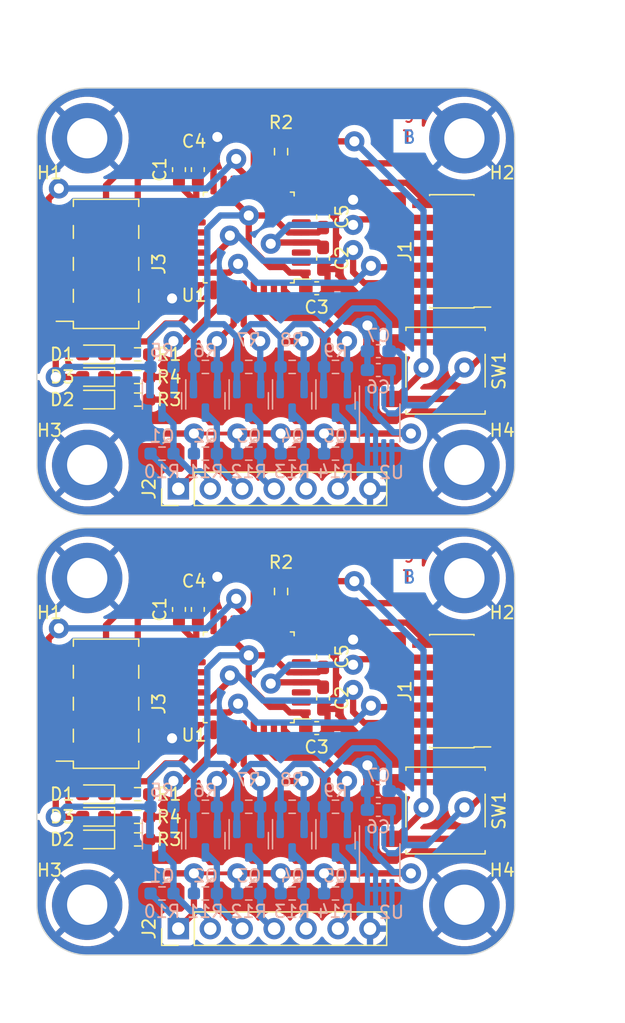
<source format=kicad_pcb>
(kicad_pcb (version 20221018) (generator pcbnew)
  (layers (0 "F.Cu" signal) (31 "B.Cu" signal) (34 "B.Paste" user) (35 "F.Paste" user) (36 "B.SilkS" user "B.Silkscreen") (37 "F.SilkS" user "F.Silkscreen") (38 "B.Mask" user) (39 "F.Mask" user) (44 "Edge.Cuts" user))
  (net 0 "")
  (net 1 "+5V-v0-")
  (net 2 "GND-v0-")
  (net 3 "+3.3V-v0-")
  (net 4 "Net-(D1-K)-v0-")
  (net 6 "Net-(D3-K)-v0-")
  (net 7 "Status_LED-v0-")
  (net 8 "Data_Clock_SNES-v0-")
  (net 9 "Data_Latch_SNES-v0-")
  (net 10 "Net-(D2-K)-v0-")
  (net 11 "Serial_Data1_SNES-v0-")
  (net 12 "Serial_Data2_SNES-v0-")
  (net 13 "SPI_Chip_Select-v0-")
  (net 14 "Chip_Enable-v0-")
  (net 15 "SPI_Digital_Input-v0-")
  (net 16 "SPI_Clock-v0-")
  (net 17 "SPI_Digital_Output-v0-")
  (net 18 "IOBit_SNES-v0-")
  (net 19 "Data_Clock_STM32-v0-")
  (net 20 "Data_Latch_STM32-v0-")
  (net 21 "Appairing_Btn-v0-")
  (net 22 "Net-(U2-BP)-v0-")
  (net 23 "SWDIO-v0-")
  (net 24 "SWDCK-v0-")
  (net 27 "NRST-v0-")
  (net 28 "USART2_RX-v0-")
  (net 29 "USART2_TX-v0-")
  (net 30 "Serial_Data1_STM32-v0-")
  (net 31 "IOBit_STM32-v0-")
  (net 32 "Serial_Data2_STM32-v0-")
  (net 46 "+5V-v1-")
  (net 47 "GND-v1-")
  (net 48 "+3.3V-v1-")
  (net 49 "Net-(D1-K)-v1-")
  (net 51 "Net-(D3-K)-v1-")
  (net 52 "Status_LED-v1-")
  (net 53 "Data_Clock_SNES-v1-")
  (net 54 "Data_Latch_SNES-v1-")
  (net 55 "Net-(D2-K)-v1-")
  (net 56 "Serial_Data1_SNES-v1-")
  (net 57 "Serial_Data2_SNES-v1-")
  (net 58 "SPI_Chip_Select-v1-")
  (net 59 "Chip_Enable-v1-")
  (net 60 "SPI_Digital_Input-v1-")
  (net 61 "SPI_Clock-v1-")
  (net 62 "SPI_Digital_Output-v1-")
  (net 63 "IOBit_SNES-v1-")
  (net 64 "Data_Clock_STM32-v1-")
  (net 65 "Data_Latch_STM32-v1-")
  (net 66 "Appairing_Btn-v1-")
  (net 67 "Net-(U2-BP)-v1-")
  (net 68 "SWDIO-v1-")
  (net 69 "SWDCK-v1-")
  (net 72 "NRST-v1-")
  (net 73 "USART2_RX-v1-")
  (net 74 "USART2_TX-v1-")
  (net 75 "Serial_Data1_STM32-v1-")
  (net 76 "IOBit_STM32-v1-")
  (net 77 "Serial_Data2_STM32-v1-")
  (footprint "Diode_SMD:D_0603_1608Metric_Pad1.05x0.95mm_HandSolder" (layer "F.Cu") (at 196.46875 214.95 180)
    (fp_text reference "D3")
    (fp_text value "LED")
  )
  (footprint "Connector_PinHeader_1.27mm:PinHeader_2x07_P1.27mm_Vertical_SMD" (layer "F.Cu") (at 224.95 169.95 180)
    (fp_text reference "J1")
    (fp_text value "Conn_02x07_Odd_Even")
  )
  (footprint "Capacitor_SMD:C_0603_1608Metric_Pad1.08x0.95mm_HandSolder" (layer "F.Cu") (at 214.2025 172.89)
    (fp_text reference "C3")
    (fp_text value "100n")
  )
  (footprint "Resistor_SMD:R_0603_1608Metric_Pad0.98x0.95mm_HandSolder" (layer "F.Cu") (at 211.37 162.02 90)
    (fp_text reference "R2")
    (fp_text value "10k")
  )
  (footprint "Package_QFP:LQFP-32_7x7mm_P0.8mm" (layer "F.Cu") (at 208.8 168.85 180)
    (fp_text reference "U1")
    (fp_text value "STM32L412KBTx")
  )
  (footprint "Capacitor_SMD:C_0603_1608Metric_Pad1.08x0.95mm_HandSolder" (layer "F.Cu") (at 214.2025 207.89)
    (fp_text reference "C3")
    (fp_text value "100n")
  )
  (footprint "Connector_PinHeader_1.27mm:PinHeader_2x07_P1.27mm_Vertical_SMD" (layer "F.Cu") (at 224.95 204.95 180)
    (fp_text reference "J1")
    (fp_text value "Conn_02x07_Odd_Even")
  )
  (footprint "MountingHole:MountingHole_3.2mm_M3_DIN965_Pad" (layer "F.Cu") (at 225.95 160.95)
    (fp_text reference "H2")
    (fp_text value "MountingHole_Pad")
  )
  (footprint "Resistor_SMD:R_0603_1608Metric_Pad0.98x0.95mm_HandSolder" (layer "F.Cu") (at 199.96875 181.75)
    (fp_text reference "R3")
    (fp_text value "1k")
  )
  (footprint "Capacitor_SMD:C_0603_1608Metric_Pad1.08x0.95mm_HandSolder" (layer "F.Cu") (at 214.71 202.2 90)
    (fp_text reference "C5")
    (fp_text value "100n")
  )
  (footprint "Resistor_SMD:R_0603_1608Metric_Pad0.98x0.95mm_HandSolder" (layer "F.Cu") (at 211.37 197.02 90)
    (fp_text reference "R2")
    (fp_text value "10k")
  )
  (footprint "Resistor_SMD:R_0603_1608Metric_Pad0.98x0.95mm_HandSolder" (layer "F.Cu") (at 199.96875 214.95)
    (fp_text reference "R4")
    (fp_text value "1k")
  )
  (footprint "Capacitor_SMD:C_0603_1608Metric_Pad1.08x0.95mm_HandSolder" (layer "F.Cu") (at 214.71 167.2 90)
    (fp_text reference "C5")
    (fp_text value "100n")
  )
  (footprint "MountingHole:MountingHole_3.2mm_M3_DIN965_Pad" (layer "F.Cu") (at 225.95 221.95)
    (fp_text reference "H4")
    (fp_text value "MountingHole_Pad")
  )
  (footprint "Package_QFP:LQFP-32_7x7mm_P0.8mm" (layer "F.Cu") (at 208.8 203.85 180)
    (fp_text reference "U1")
    (fp_text value "STM32L412KBTx")
  )
  (footprint "Capacitor_SMD:C_0603_1608Metric_Pad1.08x0.95mm_HandSolder" (layer "F.Cu") (at 203.25 198.45 90)
    (fp_text reference "C1")
    (fp_text value "10u")
  )
  (footprint "Capacitor_SMD:C_0603_1608Metric_Pad1.08x0.95mm_HandSolder" (layer "F.Cu") (at 204.75 198.45 90)
    (fp_text reference "C4")
    (fp_text value "100n")
  )
  (footprint "Connector_PinSocket_2.54mm:PinSocket_2x04_P2.54mm_Vertical_SMD" (layer "F.Cu") (at 197.45 205.95 180)
    (fp_text reference "J3")
    (fp_text value "Conn_01x08_Socket")
  )
  (footprint "Diode_SMD:D_0603_1608Metric_Pad1.05x0.95mm_HandSolder" (layer "F.Cu") (at 196.46875 179.95 180)
    (fp_text reference "D3")
    (fp_text value "LED")
  )
  (footprint "MountingHole:MountingHole_3.2mm_M3_DIN965_Pad" (layer "F.Cu") (at 195.95 186.95)
    (fp_text reference "H3")
    (fp_text value "MountingHole_Pad")
  )
  (footprint "MountingHole:MountingHole_3.2mm_M3_DIN965_Pad" (layer "F.Cu") (at 225.95 195.95)
    (fp_text reference "H2")
    (fp_text value "MountingHole_Pad")
  )
  (footprint "Button_Switch_SMD:SW_SPST_B3S-1000" (layer "F.Cu") (at 224.45 214.45 180)
    (fp_text reference "SW1")
    (fp_text value "SW_SPST")
  )
  (footprint "Diode_SMD:D_0603_1608Metric_Pad1.05x0.95mm_HandSolder" (layer "F.Cu") (at 196.46875 181.75 180)
    (fp_text reference "D2")
    (fp_text value "LED_Small")
  )
  (footprint "MountingHole:MountingHole_3.2mm_M3_DIN965_Pad" (layer "F.Cu") (at 225.95 186.95)
    (fp_text reference "H4")
    (fp_text value "MountingHole_Pad")
  )
  (footprint "Diode_SMD:D_0603_1608Metric_Pad1.05x0.95mm_HandSolder" (layer "F.Cu") (at 196.46875 178.15 180)
    (fp_text reference "D1")
    (fp_text value "LED_Small")
  )
  (footprint "Capacitor_SMD:C_0603_1608Metric_Pad1.08x0.95mm_HandSolder" (layer "F.Cu") (at 214.71 170.5025 90)
    (fp_text reference "C2")
    (fp_text value "100n")
  )
  (footprint "Diode_SMD:D_0603_1608Metric_Pad1.05x0.95mm_HandSolder" (layer "F.Cu") (at 196.46875 213.15 180)
    (fp_text reference "D1")
    (fp_text value "LED_Small")
  )
  (footprint "Connector_PinHeader_2.54mm:PinHeader_1x07_P2.54mm_Vertical" (layer "F.Cu") (at 203.2 188.85 90)
    (fp_text reference "J2")
    (fp_text value "Conn_01x07_Socket")
  )
  (footprint "Button_Switch_SMD:SW_SPST_B3S-1000" (layer "F.Cu") (at 224.45 179.45 180)
    (fp_text reference "SW1")
    (fp_text value "SW_SPST")
  )
  (footprint "Connector_PinSocket_2.54mm:PinSocket_2x04_P2.54mm_Vertical_SMD" (layer "F.Cu") (at 197.45 170.95 180)
    (fp_text reference "J3")
    (fp_text value "Conn_01x08_Socket")
  )
  (footprint "MountingHole:MountingHole_3.2mm_M3_DIN965_Pad" (layer "F.Cu") (at 195.95 221.95)
    (fp_text reference "H3")
    (fp_text value "MountingHole_Pad")
  )
  (footprint "Capacitor_SMD:C_0603_1608Metric_Pad1.08x0.95mm_HandSolder" (layer "F.Cu") (at 204.75 163.45 90)
    (fp_text reference "C4")
    (fp_text value "100n")
  )
  (footprint "Capacitor_SMD:C_0603_1608Metric_Pad1.08x0.95mm_HandSolder" (layer "F.Cu") (at 203.25 163.45 90)
    (fp_text reference "C1")
    (fp_text value "10u")
  )
  (footprint "Resistor_SMD:R_0603_1608Metric_Pad0.98x0.95mm_HandSolder" (layer "F.Cu") (at 199.96875 216.75)
    (fp_text reference "R3")
    (fp_text value "1k")
  )
  (footprint "Capacitor_SMD:C_0603_1608Metric_Pad1.08x0.95mm_HandSolder" (layer "F.Cu") (at 214.71 205.5025 90)
    (fp_text reference "C2")
    (fp_text value "100n")
  )
  (footprint "MountingHole:MountingHole_3.2mm_M3_DIN965_Pad" (layer "F.Cu") (at 195.95 195.95)
    (fp_text reference "H1")
    (fp_text value "MountingHole_Pad")
  )
  (footprint "Resistor_SMD:R_0603_1608Metric_Pad0.98x0.95mm_HandSolder" (layer "F.Cu") (at 199.96875 179.95)
    (fp_text reference "R4")
    (fp_text value "1k")
  )
  (footprint "Resistor_SMD:R_0603_1608Metric_Pad0.98x0.95mm_HandSolder" (layer "F.Cu") (at 199.96875 213.15)
    (fp_text reference "R1")
    (fp_text value "1k")
  )
  (footprint "Diode_SMD:D_0603_1608Metric_Pad1.05x0.95mm_HandSolder" (layer "F.Cu") (at 196.46875 216.75 180)
    (fp_text reference "D2")
    (fp_text value "LED_Small")
  )
  (footprint "Connector_PinHeader_2.54mm:PinHeader_1x07_P2.54mm_Vertical" (layer "F.Cu") (at 203.2 223.85 90)
    (fp_text reference "J2")
    (fp_text value "Conn_01x07_Socket")
  )
  (footprint "Resistor_SMD:R_0603_1608Metric_Pad0.98x0.95mm_HandSolder" (layer "F.Cu") (at 199.96875 178.15)
    (fp_text reference "R1")
    (fp_text value "1k")
  )
  (footprint "MountingHole:MountingHole_3.2mm_M3_DIN965_Pad" (layer "F.Cu") (at 195.95 160.95)
    (fp_text reference "H1")
    (fp_text value "MountingHole_Pad")
  )
  (footprint "Package_TO_SOT_SMD:SOT-23" (layer "B.Cu") (at 208.8 181.85 -90)
    (fp_text reference "Q3")
    (fp_text value "2N7002")
  )
  (footprint "Package_TO_SOT_SMD:SOT-23" (layer "B.Cu") (at 215.7 181.85 -90)
    (fp_text reference "Q5")
    (fp_text value "2N7002")
  )
  (footprint "Package_SO:MSOP-8_3x3mm_P0.65mm" (layer "B.Cu") (at 219.2125 218.6 -90)
    (fp_text reference "U2")
    (fp_text value "MIC5219-3.3YMM")
  )
  (footprint "Package_TO_SOT_SMD:SOT-23" (layer "B.Cu") (at 201.9 181.85 -90)
    (fp_text reference "Q1")
    (fp_text value "2N7002")
  )
  (footprint "Resistor_SMD:R_0603_1608Metric_Pad0.98x0.95mm_HandSolder" (layer "B.Cu") (at 212.25 186.05)
    (fp_text reference "R13")
    (fp_text value "10k")
  )
  (footprint "Resistor_SMD:R_0603_1608Metric_Pad0.98x0.95mm_HandSolder" (layer "B.Cu") (at 215.7 186.05)
    (fp_text reference "R14")
    (fp_text value "10k")
  )
  (footprint "Resistor_SMD:R_0603_1608Metric_Pad0.98x0.95mm_HandSolder" (layer "B.Cu") (at 212.25 214.15)
    (fp_text reference "R8")
    (fp_text value "10k")
  )
  (footprint "Package_TO_SOT_SMD:SOT-23" (layer "B.Cu") (at 208.8 216.85 -90)
    (fp_text reference "Q3")
    (fp_text value "2N7002")
  )
  (footprint "Resistor_SMD:R_0603_1608Metric_Pad0.98x0.95mm_HandSolder" (layer "B.Cu") (at 208.8 179.15)
    (fp_text reference "R7")
    (fp_text value "10k")
  )
  (footprint "Capacitor_SMD:C_0603_1608Metric_Pad1.08x0.95mm_HandSolder" (layer "B.Cu") (at 219.1 212.9 180)
    (fp_text reference "C7")
    (fp_text value "2.2u")
  )
  (footprint "Package_TO_SOT_SMD:SOT-23" (layer "B.Cu") (at 215.7 216.85 -90)
    (fp_text reference "Q5")
    (fp_text value "2N7002")
  )
  (footprint "Resistor_SMD:R_0603_1608Metric_Pad0.98x0.95mm_HandSolder" (layer "B.Cu") (at 201.9 214.15)
    (fp_text reference "R5")
    (fp_text value "10k")
  )
  (footprint "Resistor_SMD:R_0603_1608Metric_Pad0.98x0.95mm_HandSolder" (layer "B.Cu") (at 205.35 179.15)
    (fp_text reference "R6")
    (fp_text value "10k")
  )
  (footprint "Resistor_SMD:R_0603_1608Metric_Pad0.98x0.95mm_HandSolder" (layer "B.Cu") (at 201.9 186.05)
    (fp_text reference "R10")
    (fp_text value "10k")
  )
  (footprint "Package_TO_SOT_SMD:SOT-23" (layer "B.Cu") (at 205.35 181.85 -90)
    (fp_text reference "Q2")
    (fp_text value "2N7002")
  )
  (footprint "Resistor_SMD:R_0603_1608Metric_Pad0.98x0.95mm_HandSolder" (layer "B.Cu") (at 215.7 221.05)
    (fp_text reference "R14")
    (fp_text value "10k")
  )
  (footprint "Package_TO_SOT_SMD:SOT-23" (layer "B.Cu") (at 205.35 216.85 -90)
    (fp_text reference "Q2")
    (fp_text value "2N7002")
  )
  (footprint "Package_TO_SOT_SMD:SOT-23" (layer "B.Cu") (at 201.9 216.85 -90)
    (fp_text reference "Q1")
    (fp_text value "2N7002")
  )
  (footprint "Resistor_SMD:R_0603_1608Metric_Pad0.98x0.95mm_HandSolder" (layer "B.Cu") (at 215.7 214.15)
    (fp_text reference "R9")
    (fp_text value "10k")
  )
  (footprint "Resistor_SMD:R_0603_1608Metric_Pad0.98x0.95mm_HandSolder" (layer "B.Cu") (at 212.25 179.15)
    (fp_text reference "R8")
    (fp_text value "10k")
  )
  (footprint "Package_TO_SOT_SMD:SOT-23" (layer "B.Cu") (at 212.25 216.85 -90)
    (fp_text reference "Q4")
    (fp_text value "2N7002")
  )
  (footprint "Resistor_SMD:R_0603_1608Metric_Pad0.98x0.95mm_HandSolder" (layer "B.Cu") (at 215.7 179.15)
    (fp_text reference "R9")
    (fp_text value "10k")
  )
  (footprint "Resistor_SMD:R_0603_1608Metric_Pad0.98x0.95mm_HandSolder" (layer "B.Cu") (at 212.25 221.05)
    (fp_text reference "R13")
    (fp_text value "10k")
  )
  (footprint "Package_TO_SOT_SMD:SOT-23" (layer "B.Cu") (at 212.25 181.85 -90)
    (fp_text reference "Q4")
    (fp_text value "2N7002")
  )
  (footprint "Resistor_SMD:R_0603_1608Metric_Pad0.98x0.95mm_HandSolder" (layer "B.Cu") (at 205.35 186.05)
    (fp_text reference "R11")
    (fp_text value "10k")
  )
  (footprint "Resistor_SMD:R_0603_1608Metric_Pad0.98x0.95mm_HandSolder" (layer "B.Cu") (at 208.8 186.05)
    (fp_text reference "R12")
    (fp_text value "10k")
  )
  (footprint "Capacitor_SMD:C_0603_1608Metric_Pad1.08x0.95mm_HandSolder" (layer "B.Cu") (at 219.1 214.4 180)
    (fp_text reference "C6")
    (fp_text value "470p")
  )
  (footprint "Resistor_SMD:R_0603_1608Metric_Pad0.98x0.95mm_HandSolder" (layer "B.Cu") (at 208.8 221.05)
    (fp_text reference "R12")
    (fp_text value "10k")
  )
  (footprint "Capacitor_SMD:C_0603_1608Metric_Pad1.08x0.95mm_HandSolder" (layer "B.Cu") (at 219.1 179.4 180)
    (fp_text reference "C6")
    (fp_text value "470p")
  )
  (footprint "Resistor_SMD:R_0603_1608Metric_Pad0.98x0.95mm_HandSolder" (layer "B.Cu") (at 208.8 214.15)
    (fp_text reference "R7")
    (fp_text value "10k")
  )
  (footprint "Resistor_SMD:R_0603_1608Metric_Pad0.98x0.95mm_HandSolder" (layer "B.Cu") (at 201.9 179.15)
    (fp_text reference "R5")
    (fp_text value "10k")
  )
  (footprint "Capacitor_SMD:C_0603_1608Metric_Pad1.08x0.95mm_HandSolder" (layer "B.Cu") (at 219.1 177.9 180)
    (fp_text reference "C7")
    (fp_text value "2.2u")
  )
  (footprint "Resistor_SMD:R_0603_1608Metric_Pad0.98x0.95mm_HandSolder" (layer "B.Cu") (at 205.35 221.05)
    (fp_text reference "R11")
    (fp_text value "10k")
  )
  (footprint "Resistor_SMD:R_0603_1608Metric_Pad0.98x0.95mm_HandSolder" (layer "B.Cu") (at 205.35 214.15)
    (fp_text reference "R6")
    (fp_text value "10k")
  )
  (footprint "Resistor_SMD:R_0603_1608Metric_Pad0.98x0.95mm_HandSolder" (layer "B.Cu") (at 201.9 221.05)
    (fp_text reference "R10")
    (fp_text value "10k")
  )
  (footprint "Package_SO:MSOP-8_3x3mm_P0.65mm" (layer "B.Cu") (at 219.2125 183.6 -90)
    (fp_text reference "U2")
    (fp_text value "MIC5219-3.3YMM")
  )
  (gr_line (start 195.95 156.95) (end 225.95 156.95) (stroke (width 0.1)) (layer "Edge.Cuts"))
  (gr_arc (start 191.95 195.95) (mid 193.121573 193.121573) (end 195.95 191.95) (stroke (width 0.1)) (layer "Edge.Cuts"))
  (gr_arc (start 195.95 225.95) (mid 193.121573 224.778427) (end 191.95 221.95) (stroke (width 0.1)) (layer "Edge.Cuts"))
  (gr_arc (start 225.95 156.95) (mid 228.778427 158.121573) (end 229.95 160.95) (stroke (width 0.1)) (layer "Edge.Cuts"))
  (gr_line (start 225.95 190.95) (end 195.95 190.95) (stroke (width 0.1)) (layer "Edge.Cuts"))
  (gr_arc (start 229.95 186.95) (mid 228.778427 189.778427) (end 225.95 190.95) (stroke (width 0.1)) (layer "Edge.Cuts"))
  (gr_line (start 225.95 225.95) (end 195.95 225.95) (stroke (width 0.1)) (layer "Edge.Cuts"))
  (gr_line (start 191.95 186.95) (end 191.95 160.95) (stroke (width 0.1)) (layer "Edge.Cuts"))
  (gr_arc (start 229.95 221.95) (mid 228.778427 224.778427) (end 225.95 225.95) (stroke (width 0.1)) (layer "Edge.Cuts"))
  (gr_line (start 195.95 191.95) (end 225.95 191.95) (stroke (width 0.1)) (layer "Edge.Cuts"))
  (gr_arc (start 225.95 191.95) (mid 228.778427 193.121573) (end 229.95 195.95) (stroke (width 0.1)) (layer "Edge.Cuts"))
  (gr_arc (start 195.95 190.95) (mid 193.121573 189.778427) (end 191.95 186.95) (stroke (width 0.1)) (layer "Edge.Cuts"))
  (gr_line (start 229.95 160.95) (end 229.95 186.95) (stroke (width 0.1)) (layer "Edge.Cuts"))
  (gr_arc (start 191.95 160.95) (mid 193.121573 158.121573) (end 195.95 156.95) (stroke (width 0.1)) (layer "Edge.Cuts"))
  (gr_line (start 191.95 221.95) (end 191.95 195.95) (stroke (width 0.1)) (layer "Edge.Cuts"))
  (gr_line (start 229.95 195.95) (end 229.95 221.95) (stroke (width 0.1)) (layer "Edge.Cuts"))
  (gr_text "T" (at 220.95 161.45) (layer "F.Cu") (effects (font (size 1 1)) (justify left bottom)))
  (gr_text "SNES Plug" (at 213.95 194.45) (layer "F.Cu") (effects (font (size 1 1)) (justify left bottom)))
  (gr_text "SNES Plug" (at 213.95 159.45) (layer "F.Cu") (effects (font (size 1 1)) (justify left bottom)))
  (gr_text "T" (at 220.95 196.45) (layer "F.Cu") (effects (font (size 1 1)) (justify left bottom)))
  (gr_text "B" (at 220.95 161.45) (layer "B.Cu") (effects (font (size 1 1)) (justify left bottom)))
  (gr_text "B" (at 220.95 196.45) (layer "B.Cu") (effects (font (size 1 1)) (justify left bottom)))
  (segment (start 198.45 183.2) (end 199.7 184.45) (width 0.5) (layer "F.Cu") (net 1))
  (segment (start 211.3375 184.45) (end 214.7875 184.45) (width 0.5) (layer "F.Cu") (net 1))
  (segment (start 204.4375 184.45) (end 204.4375 187.6125) (width 0.5) (layer "F.Cu") (net 1))
  (segment (start 204.4375 184.45) (end 207.8875 184.45) (width 0.3) (layer "F.Cu") (net 1))
  (segment (start 204.4375 187.6125) (end 203.2 188.85) (width 0.5) (layer "F.Cu") (net 1))
  (segment (start 199.7 184.45) (end 204.4375 184.45) (width 0.5) (layer "F.Cu") (net 1))
  (segment (start 197.009189 183.2) (end 198.45 183.2) (width 0.5) (layer "F.Cu") (net 1))
  (segment (start 211.3375 184.45) (end 207.8875 184.45) (width 0.5) (layer "F.Cu") (net 1))
  (segment (start 195.59375 181.75) (end 195.59375 181.784561) (width 0.5) (layer "F.Cu") (net 1))
  (segment (start 195.59375 181.784561) (end 197.009189 183.2) (width 0.5) (layer "F.Cu") (net 1))
  (segment (start 214.7875 184.45) (end 221.7 184.45) (width 0.5) (layer "F.Cu") (net 1))
  (via (at 207.8875 184.45) (size 1.6) (drill 0.8) (layers "F.Cu" "B.Cu") (net 1))
  (via (at 211.3375 184.45) (size 1.6) (drill 0.8) (layers "F.Cu" "B.Cu") (net 1))
  (via (at 204.4375 184.45) (size 1.6) (drill 0.8) (layers "F.Cu" "B.Cu") (net 1))
  (via (at 214.7875 184.45) (size 1.6) (drill 0.8) (layers "F.Cu" "B.Cu") (net 1))
  (via (at 221.7 184.45) (size 1.6) (drill 0.8) (layers "F.Cu" "B.Cu") (net 1))
  (segment (start 211.3375 184.45) (end 211.3375 186.05) (width 0.5) (layer "B.Cu") (net 1))
  (segment (start 221.6 184.35) (end 220.306739 184.35) (width 0.5) (layer "B.Cu") (net 1))
  (segment (start 218.2375 181.4875) (end 218.2375 182.280761) (width 0.3) (layer "B.Cu") (net 1))
  (segment (start 218.8875 181.4875) (end 218.8875 182.930761) (width 0.3) (layer "B.Cu") (net 1))
  (segment (start 214.7875 184.45) (end 214.7875 186.05) (width 0.5) (layer "B.Cu") (net 1))
  (segment (start 220.306739 184.35) (end 218.8875 182.930761) (width 0.5) (layer "B.Cu") (net 1))
  (segment (start 218.2375 182.280761) (end 218.8875 182.930761) (width 0.3) (layer "B.Cu") (net 1))
  (segment (start 221.7 184.45) (end 221.6 184.35) (width 0.5) (layer "B.Cu") (net 1))
  (segment (start 204.4375 186.05) (end 204.4375 184.45) (width 0.5) (layer "B.Cu") (net 1))
  (segment (start 203.2 188.2625) (end 200.9875 186.05) (width 0.5) (layer "B.Cu") (net 1))
  (segment (start 203.2 188.85) (end 203.2 188.2625) (width 0.5) (layer "B.Cu") (net 1))
  (segment (start 207.8875 184.45) (end 207.8875 186.05) (width 0.5) (layer "B.Cu") (net 1))
  (segment (start 214.71 171.365) (end 214.71 171.291193) (width 0.5) (layer "F.Cu") (net 2))
  (segment (start 206.3 160.85) (end 206 161.15) (width 0.5) (layer "F.Cu") (net 2))
  (segment (start 215.735 170.266193) (end 215.735 167.3625) (width 0.5) (layer "F.Cu") (net 2))
  (segment (start 211.6 173.025) (end 212.49 173.915) (width 0.5) (layer "F.Cu") (net 2))
  (segment (start 202.7 173.7) (end 201.64 174.76) (width 0.5) (layer "F.Cu") (net 2))
  (segment (start 204.75 162.4) (end 206.3 160.85) (width 0.5) (layer "F.Cu") (net 2))
  (segment (start 212.49 173.915) (end 214.04 173.915) (width 0.5) (layer "F.Cu") (net 2))
  (segment (start 206 161.15) (end 206 164.675) (width 0.5) (layer "F.Cu") (net 2))
  (segment (start 215.065 171.72) (end 214.71 171.365) (width 0.5) (layer "F.Cu") (net 2))
  (segment (start 216.611689 166.3375) (end 214.71 166.3375) (width 0.5) (layer "F.Cu") (net 2))
  (segment (start 217.099189 165.85) (end 216.611689 166.3375) (width 0.5) (layer "F.Cu") (net 2))
  (segment (start 201.64 174.76) (end 199.97 174.76) (width 0.5) (layer "F.Cu") (net 2))
  (segment (start 204.75 162.5875) (end 204.75 162.4) (width 0.5) (layer "F.Cu") (net 2))
  (segment (start 214.04 173.915) (end 215.065 172.89) (width 0.5) (layer "F.Cu") (net 2))
  (segment (start 214.71 171.291193) (end 215.735 170.266193) (width 0.5) (layer "F.Cu") (net 2))
  (segment (start 203.25 162.5875) (end 204.75 162.5875) (width 0.5) (layer "F.Cu") (net 2))
  (segment (start 215.735 167.3625) (end 214.71 166.3375) (width 0.5) (layer "F.Cu") (net 2))
  (segment (start 215.065 172.89) (end 215.065 171.72) (width 0.5) (layer "F.Cu") (net 2))
  (via (at 202.7 173.7) (size 1.6) (drill 0.8) (layers "F.Cu" "B.Cu") (net 2))
  (via (at 206.3 160.85) (size 1.6) (drill 0.8) (layers "F.Cu" "B.Cu") (net 2))
  (via (at 217.099189 165.85) (size 1.6) (drill 0.8) (layers "F.Cu" "B.Cu") (net 2))
  (via (at 218.2375 175.85) (size 1.6) (drill 0.8) (layers "F.Cu" "B.Cu") (net 2))
  (segment (start 214.35 165.85) (end 209.35 160.85) (width 0.5) (layer "B.Cu") (net 2))
  (segment (start 218.2375 177.9) (end 218.2375 179.4) (width 0.5) (layer "B.Cu") (net 2))
  (segment (start 218.2375 177.9) (end 218.2375 175.85) (width 0.5) (layer "B.Cu") (net 2))
  (segment (start 218.2375 175.8875) (end 218.2 175.85) (width 0.5) (layer "B.Cu") (net 2))
  (segment (start 217.099189 165.85) (end 214.35 165.85) (width 0.5) (layer "B.Cu") (net 2))
  (segment (start 209.35 160.85) (end 206.3 160.85) (width 0.5) (layer "B.Cu") (net 2))
  (segment (start 226.9 172.49) (end 228.6 172.49) (width 0.5) (layer "F.Cu") (net 3))
  (segment (start 220.475 177.2) (end 228.425 177.2) (width 0.5) (layer "F.Cu") (net 3))
  (segment (start 208.8 167.1) (end 207.75 166.05) (width 0.5) (layer "F.Cu") (net 3))
  (segment (start 212.975 168.45) (end 211.95 168.45) (width 0.5) (layer "F.Cu") (net 3))
  (segment (start 212.070406 171.65) (end 211.620406 171.2) (width 0.5) (layer "F.Cu") (net 3))
  (segment (start 214.3225 168.45) (end 212.975 168.45) (width 0.5) (layer "F.Cu") (net 3))
  (segment (start 203.25 164.675) (end 204.625 166.05) (width 0.5) (layer "F.Cu") (net 3))
  (segment (start 213.34 172.015) (end 212.975 171.65) (width 0.5) (layer "F.Cu") (net 3))
  (segment (start 203.25 164.3125) (end 203.25 164.675) (width 0.5) (layer "F.Cu") (net 3))
  (segment (start 195.59375 179.95) (end 193.45 179.95) (width 0.5) (layer "F.Cu") (net 3))
  (segment (start 208.8 169.509189) (end 208.8 167.1) (width 0.5) (layer "F.Cu") (net 3))
  (segment (start 211.620406 171.2) (end 210.490811 171.2) (width 0.5) (layer "F.Cu") (net 3))
  (segment (start 207.75 166.05) (end 204.625 166.05) (width 0.5) (layer "F.Cu") (net 3))
  (segment (start 210.6 167.1) (end 208.8 167.1) (width 0.5) (layer "F.Cu") (net 3))
  (segment (start 225.95 179.2) (end 226.425 179.2) (width 0.5) (layer "F.Cu") (net 3))
  (segment (start 211.95 168.45) (end 210.6 167.1) (width 0.5) (layer "F.Cu") (net 3))
  (segment (start 204.625 166.05) (end 204.625 164.4375) (width 0.5) (layer "F.Cu") (net 3))
  (segment (start 204.625 164.4375) (end 204.75 164.3125) (width 0.5) (layer "F.Cu") (net 3))
  (segment (start 213.34 172.89) (end 213.34 172.015) (width 0.5) (layer "F.Cu") (net 3))
  (segment (start 226.425 179.2) (end 228.425 177.2) (width 0.5) (layer "F.Cu") (net 3))
  (segment (start 193.45 176.24) (end 194.93 174.76) (width 0.5) (layer "F.Cu") (net 3))
  (segment (start 210.490811 171.2) (end 208.8 169.509189) (width 0.5) (layer "F.Cu") (net 3))
  (segment (start 228.425 177.2) (end 228.95 176.675) (width 0.5) (layer "F.Cu") (net 3))
  (segment (start 228.95 176.675) (end 228.95 172.84) (width 0.5) (layer "F.Cu") (net 3))
  (segment (start 228.6 172.49) (end 228.95 172.84) (width 0.5) (layer "F.Cu") (net 3))
  (segment (start 214.71 168.0625) (end 214.3225 168.45) (width 0.5) (layer "F.Cu") (net 3))
  (segment (start 193.45 179.95) (end 193.45 176.24) (width 0.5) (layer "F.Cu") (net 3))
  (segment (start 212.975 171.65) (end 212.070406 171.65) (width 0.5) (layer "F.Cu") (net 3))
  (via (at 225.95 179.2) (size 1.6) (drill 0.8) (layers "F.Cu" "B.Cu") (net 3))
  (via (at 208.8 167.1) (size 1.6) (drill 0.8) (layers "F.Cu" "B.Cu") (net 3))
  (via (at 193.45 179.95) (size 1.6) (drill 0.8) (layers "F.Cu" "B.Cu") (net 3))
  (segment (start 206.821689 175.75) (end 205.503311 175.75) (width 0.5) (layer "B.Cu") (net 3))
  (segment (start 219.9625 175.665811) (end 218.796689 174.5) (width 0.5) (layer "B.Cu") (net 3))
  (segment (start 200.9875 177.015811) (end 202.253311 175.75) (width 0.5) (layer "B.Cu") (net 3))
  (segment (start 220.556739 182.85) (end 219.959683 182.85) (width 0.5) (layer "B.Cu") (net 3))
  (segment (start 205.503311 175.75) (end 204.4375 176.815811) (width 0.5) (layer "B.Cu") (net 3))
  (segment (start 214.75 180.9125) (end 214.75 179.1875) (width 0.5) (layer "B.Cu") (net 3))
  (segment (start 208.953311 175.75) (end 210.271689 175.75) (width 0.5) (layer "B.Cu") (net 3))
  (segment (start 222.943261 182.206739) (end 221.2 182.206739) (width 0.5) (layer "B.Cu") (net 3))
  (segment (start 204.4375 176.815811) (end 204.4375 179.15) (width 0.5) (layer "B.Cu") (net 3))
  (segment (start 207.8875 176.815811) (end 208.953311 175.75) (width 0.5) (layer "B.Cu") (net 3))
  (segment (start 222.943261 182.206739) (end 225.95 179.2) (width 0.5) (layer "B.Cu") (net 3))
  (segment (start 207.8875 179.15) (end 207.8875 176.815811) (width 0.5) (layer "B.Cu") (net 3))
  (segment (start 211.3375 176.815811) (end 211.3375 179.15) (width 0.5) (layer "B.Cu") (net 3))
  (segment (start 202.253311 175.75) (end 203.371689 175.75) (width 0.5) (layer "B.Cu") (net 3))
  (segment (start 221.2 182.206739) (end 220.556739 182.85) (width 0.5) (layer "B.Cu") (net 3))
  (segment (start 203.371689 175.75) (end 204.4375 176.815811) (width 0.5) (layer "B.Cu") (net 3))
  (segment (start 200.95 179.1875) (end 200.9875 179.15) (width 0.5) (layer "B.Cu") (net 3))
  (segment (start 207.8875 176.815811) (end 206.821689 175.75) (width 0.5) (layer "B.Cu") (net 3))
  (segment (start 220.65 177.9) (end 219.9625 177.9) (width 0.5) (layer "B.Cu") (net 3))
  (segment (start 204.4 180.9125) (end 204.4 179.1875) (width 0.5) (layer "B.Cu") (net 3))
  (segment (start 212.403311 175.75) (end 211.3375 176.815811) (width 0.5) (layer "B.Cu") (net 3))
  (segment (start 204.4 179.1875) (end 204.4375 179.15) (width 0.5) (layer "B.Cu") (net 3))
  (segment (start 214.7875 176.815811) (end 213.721689 175.75) (width 0.5) (layer "B.Cu") (net 3))
  (segment (start 214.7875 179.15) (end 214.7875 176.815811) (width 0.5) (layer "B.Cu") (net 3))
  (segment (start 221.2 182.206739) (end 221.2 178.45) (width 0.5) (layer "B.Cu") (net 3))
  (segment (start 206.55 167.1) (end 205.503311 168.146689) (width 0.5) (layer "B.Cu") (net 3))
  (segment (start 211.3 180.9125) (end 211.3 179.1875) (width 0.5) (layer "B.Cu") (net 3))
  (segment (start 207.85 179.1875) (end 207.8875 179.15) (width 0.5) (layer "B.Cu") (net 3))
  (segment (start 219.5375 181.4875) (end 219.5375 182.427817) (width 0.3) (layer "B.Cu") (net 3))
  (segment (start 193.45 179.95) (end 194.25 179.15) (width 0.5) (layer "B.Cu") (net 3))
  (segment (start 200.9875 179.15) (end 200.9875 177.015811) (width 0.5) (layer "B.Cu") (net 3))
  (segment (start 219.5375 182.427817) (end 219.959683 182.85) (width 0.3) (layer "B.Cu") (net 3))
  (segment (start 213.721689 175.75) (end 212.403311 175.75) (width 0.5) (layer "B.Cu") (net 3))
  (segment (start 210.271689 175.75) (end 211.3375 176.815811) (width 0.5) (layer "B.Cu") (net 3))
  (segment (start 207.85 180.9125) (end 207.85 179.1875) (width 0.5) (layer "B.Cu") (net 3))
  (segment (start 218.796689 174.5) (end 217.103311 174.5) (width 0.5) (layer "B.Cu") (net 3))
  (segment (start 221.2 178.45) (end 220.65 177.9) (width 0.5) (layer "B.Cu") (net 3))
  (segment (start 219.9625 177.9) (end 219.9625 175.665811) (width 0.5) (layer "B.Cu") (net 3))
  (segment (start 217.103311 174.5) (end 214.7875 176.815811) (width 0.5) (layer "B.Cu") (net 3))
  (segment (start 211.3 179.1875) (end 211.3375 179.15) (width 0.5) (layer "B.Cu") (net 3))
  (segment (start 208.8 167.1) (end 206.55 167.1) (width 0.5) (layer "B.Cu") (net 3))
  (segment (start 200.95 180.9125) (end 200.95 179.1875) (width 0.5) (layer "B.Cu") (net 3))
  (segment (start 205.503311 168.146689) (end 205.503311 175.75) (width 0.5) (layer "B.Cu") (net 3))
  (segment (start 194.25 179.15) (end 200.9875 179.15) (width 0.5) (layer "B.Cu") (net 3))
  (segment (start 214.75 179.1875) (end 214.7875 179.15) (width 0.5) (layer "B.Cu") (net 3))
  (segment (start 199.05625 178.15) (end 197.34375 178.15) (width 0.5) (layer "F.Cu") (net 4))
  (segment (start 199.05625 179.95) (end 197.34375 179.95) (width 0.5) (layer "F.Cu") (net 6))
  (segment (start 200.775 177.125) (end 202.2 175.7) (width 0.5) (layer "F.Cu") (net 7))
  (segment (start 196.61875 177.125) (end 200.775 177.125) (width 0.5) (layer "F.Cu") (net 7))
  (segment (start 203.325 175.7) (end 206 173.025) (width 0.5) (layer "F.Cu") (net 7))
  (segment (start 195.59375 178.15) (end 196.61875 177.125) (width 0.5) (layer "F.Cu") (net 7))
  (segment (start 202.2 175.7) (end 203.325 175.7) (width 0.5) (layer "F.Cu") (net 7))
  (segment (start 202.8125 186.05) (end 202.8125 183.7) (width 0.5) (layer "B.Cu") (net 8))
  (segment (start 205.74 188.85) (end 205.74 188.24) (width 0.5) (layer "B.Cu") (net 8))
  (segment (start 204.2125 187.45) (end 202.8125 186.05) (width 0.5) (layer "B.Cu") (net 8))
  (segment (start 202.8125 183.7) (end 201.9 182.7875) (width 0.5) (layer "B.Cu") (net 8))
  (segment (start 204.95 187.45) (end 204.2125 187.45) (width 0.5) (layer "B.Cu") (net 8))
  (segment (start 205.74 188.24) (end 204.95 187.45) (width 0.5) (layer "B.Cu") (net 8))
  (segment (start 206.2625 186.05) (end 206.2625 183.7) (width 0.5) (layer "B.Cu") (net 9))
  (segment (start 206.2625 186.05) (end 206.2625 186.9125) (width 0.5) (layer "B.Cu") (net 9))
  (segment (start 206.2625 183.7) (end 205.35 182.7875) (width 0.5) (layer "B.Cu") (net 9))
  (segment (start 206.2625 186.9125) (end 208.2 188.85) (width 0.5) (layer "B.Cu") (net 9))
  (segment (start 197.34375 181.75) (end 199.05625 181.75) (width 0.5) (layer "F.Cu") (net 10))
  (segment (start 209.7125 186.05) (end 209.7125 187.8625) (width 0.5) (layer "B.Cu") (net 11))
  (segment (start 209.7125 187.8625) (end 210.7 188.85) (width 0.5) (layer "B.Cu") (net 11))
  (segment (start 209.7125 186.05) (end 209.7125 183.7) (width 0.5) (layer "B.Cu") (net 11))
  (segment (start 209.7125 183.7) (end 208.8 182.7875) (width 0.5) (layer "B.Cu") (net 11))
  (segment (start 213.1625 186.05) (end 213.1625 183.7) (width 0.5) (layer "B.Cu") (net 12))
  (segment (start 213.1625 188.8125) (end 213.2 188.85) (width 0.5) (layer "B.Cu") (net 12))
  (segment (start 213.1625 186.05) (end 213.1625 188.8125) (width 0.5) (layer "B.Cu") (net 12))
  (segment (start 213.1625 183.7) (end 212.25 182.7875) (width 0.5) (layer "B.Cu") (net 12))
  (segment (start 196.2 170.95) (end 194.93 172.22) (width 0.5) (layer "F.Cu") (net 13))
  (segment (start 204.625 166.85) (end 203.05 166.85) (width 0.5) (layer "F.Cu") (net 13))
  (segment (start 201.7 170.95) (end 196.2 170.95) (width 0.5) (layer "F.Cu") (net 13))
  (segment (start 202.2 170.45) (end 201.7 170.95) (width 0.5) (layer "F.Cu") (net 13))
  (segment (start 203.05 166.85) (end 202.2 167.7) (width 0.5) (layer "F.Cu") (net 13))
  (segment (start 202.2 167.7) (end 202.2 170.45) (width 0.5) (layer "F.Cu") (net 13))
  (segment (start 203.720406 167.65) (end 204.625 167.65) (width 0.5) (layer "F.Cu") (net 14))
  (segment (start 202.43 172.22) (end 203.325 171.325) (width 0.5) (layer "F.Cu") (net 14))
  (segment (start 199.97 172.22) (end 202.43 172.22) (width 0.5) (layer "F.Cu") (net 14))
  (segment (start 203.325 171.325) (end 203.325 168.045406) (width 0.5) (layer "F.Cu") (net 14))
  (segment (start 203.325 168.045406) (end 203.720406 167.65) (width 0.5) (layer "F.Cu") (net 14))
  (segment (start 199.97 164.216307) (end 204.686307 159.5) (width 0.5) (layer "F.Cu") (net 15))
  (segment (start 204.686307 159.5) (end 207 159.5) (width 0.5) (layer "F.Cu") (net 15))
  (segment (start 199.97 167.14) (end 199.97 164.216307) (width 0.5) (layer "F.Cu") (net 15))
  (segment (start 207 159.5) (end 209.2 161.7) (width 0.5) (layer "F.Cu") (net 15))
  (segment (start 209.2 161.7) (end 209.2 164.675) (width 0.5) (layer "F.Cu") (net 15))
  (segment (start 199.97 169.68) (end 198.97 169.68) (width 0.5) (layer "F.Cu") (net 16))
  (segment (start 197.45 168.16) (end 197.45 164.7) (width 0.5) (layer "F.Cu") (net 16))
  (segment (start 207.95 158.2) (end 210 160.25) (width 0.5) (layer "F.Cu") (net 16))
  (segment (start 210 160.25) (end 210 164.675) (width 0.5) (layer "F.Cu") (net 16))
  (segment (start 203.95 158.2) (end 207.95 158.2) (width 0.5) (layer "F.Cu") (net 16))
  (segment (start 198.97 169.68) (end 197.45 168.16) (width 0.5) (layer "F.Cu") (net 16))
  (segment (start 197.45 164.7) (end 203.95 158.2) (width 0.5) (layer "F.Cu") (net 16))
  (segment (start 193.93 169.68) (end 192.88 168.63) (width 0.5) (layer "F.Cu") (net 17))
  (segment (start 208.4 163.770406) (end 208.4 164.675) (width 0.5) (layer "F.Cu") (net 17))
  (segment (start 192.88 165.77) (end 193.7 164.95) (width 0.5) (layer "F.Cu") (net 17))
  (segment (start 194.93 169.68) (end 193.93 169.68) (width 0.5) (layer "F.Cu") (net 17))
  (segment (start 207.8 163.170406) (end 208.4 163.770406) (width 0.5) (layer "F.Cu") (net 17))
  (segment (start 207.8 162.6) (end 207.8 163.170406) (width 0.5) (layer "F.Cu") (net 17))
  (segment (start 192.88 168.63) (end 192.88 165.77) (width 0.5) (layer "F.Cu") (net 17))
  (via (at 193.7 164.95) (size 1.6) (drill 0.8) (layers "F.Cu" "B.Cu") (net 17))
  (via (at 207.8 162.6) (size 1.6) (drill 0.8) (layers "F.Cu" "B.Cu") (net 17))
  (segment (start 193.7 164.95) (end 205.45 164.95) (width 0.5) (layer "B.Cu") (net 17))
  (segment (start 205.45 164.95) (end 207.8 162.6) (width 0.5) (layer "B.Cu") (net 17))
  (segment (start 216.6125 186.05) (end 216.6125 183.7) (width 0.5) (layer "B.Cu") (net 18))
  (segment (start 216.6125 187.9375) (end 215.7 188.85) (width 0.5) (layer "B.Cu") (net 18))
  (segment (start 216.6125 183.7) (end 215.7 182.7875) (width 0.5) (layer "B.Cu") (net 18))
  (segment (start 216.6125 186.05) (end 216.6125 187.9375) (width 0.5) (layer "B.Cu") (net 18))
  (segment (start 206.8 173.929594) (end 206.8 173.025) (width 0.5) (layer "F.Cu") (net 19))
  (segment (start 202.8125 177.1) (end 203.629594 177.1) (width 0.5) (layer "F.Cu") (net 19))
  (segment (start 203.629594 177.1) (end 206.8 173.929594) (width 0.5) (layer "F.Cu") (net 19))
  (via (at 202.8125 177.1) (size 1.6) (drill 0.8) (layers "F.Cu" "B.Cu") (net 19))
  (segment (start 202.85 179.1875) (end 202.8125 179.15) (width 0.5) (layer "B.Cu") (net 19))
  (segment (start 202.8125 179.15) (end 202.8125 177.1) (width 0.5) (layer "B.Cu") (net 19))
  (segment (start 202.85 180.9125) (end 202.85 179.1875) (width 0.5) (layer "B.Cu") (net 19))
  (segment (start 207.6 175.7625) (end 207.6 173.025) (width 0.5) (layer "F.Cu") (net 20))
  (segment (start 206.2625 177.1) (end 207.6 175.7625) (width 0.5) (layer "F.Cu") (net 20))
  (via (at 206.2625 177.1) (size 1.6) (drill 0.8) (layers "F.Cu" "B.Cu") (net 20))
  (segment (start 206.3 179.1875) (end 206.2625 179.15) (width 0.5) (layer "B.Cu") (net 20))
  (segment (start 206.2625 179.15) (end 206.2625 177.1) (width 0.5) (layer "B.Cu") (net 20))
  (segment (start 206.3 180.9125) (end 206.3 179.1875) (width 0.5) (layer "B.Cu") (net 20))
  (segment (start 210.8 164.675) (end 210.8 163.5025) (width 0.5) (layer "F.Cu") (net 21))
  (segment (start 213.1025 161.2) (end 211.37 162.9325) (width 0.5) (layer "F.Cu") (net 21))
  (segment (start 222.7 179.45) (end 220.475 181.675) (width 0.5) (layer "F.Cu") (net 21))
  (segment (start 228.425 181.7) (end 220.475 181.7) (width 0.5) (layer "F.Cu") (net 21))
  (segment (start 220.475 181.675) (end 220.475 181.7) (width 0.5) (layer "F.Cu") (net 21))
  (segment (start 217.2 161.2) (end 213.1025 161.2) (width 0.5) (layer "F.Cu") (net 21))
  (segment (start 222.7 179.2) (end 222.7 179.45) (width 0.5) (layer "F.Cu") (net 21))
  (segment (start 210.8 163.5025) (end 211.37 162.9325) (width 0.5) (layer "F.Cu") (net 21))
  (via (at 217.2 161.2) (size 1.6) (drill 0.8) (layers "F.Cu" "B.Cu") (net 21))
  (via (at 222.7 179.2) (size 1.6) (drill 0.8) (layers "F.Cu" "B.Cu") (net 21))
  (segment (start 222.7 179.2) (end 222.7 166.7) (width 0.5) (layer "B.Cu") (net 21))
  (segment (start 222.7 166.7) (end 217.2 161.2) (width 0.5) (layer "B.Cu") (net 21))
  (segment (start 220.1875 179.625) (end 219.9625 179.4) (width 0.3) (layer "B.Cu") (net 22))
  (segment (start 220.1875 181.4875) (end 220.1875 179.625) (width 0.3) (layer "B.Cu") (net 22))
  (segment (start 204.625 170.85) (end 205.529594 170.85) (width 0.5) (layer "F.Cu") (net 23))
  (segment (start 217.099189 169.85) (end 217.099189 171.599189) (width 0.5) (layer "F.Cu") (net 23))
  (segment (start 205.529594 170.85) (end 207.3 169.079594) (width 0.5) (layer "F.Cu") (net 23))
  (segment (start 217.99 172.49) (end 223 172.49) (width 0.5) (layer "F.Cu") (net 23))
  (segment (start 217.099189 171.599189) (end 217.99 172.49) (width 0.5) (layer "F.Cu") (net 23))
  (segment (start 207.3 169.079594) (end 207.3 168.7) (width 0.5) (layer "F.Cu") (net 23))
  (via (at 207.3 168.7) (size 1.6) (drill 0.8) (layers "F.Cu" "B.Cu") (net 23))
  (via (at 217.099189 169.85) (size 1.6) (drill 0.8) (layers "F.Cu" "B.Cu") (net 23))
  (segment (start 216.249189 170.7) (end 217.099189 169.85) (width 0.5) (layer "B.Cu") (net 23))
  (segment (start 209.95 170.7) (end 216.249189 170.7) (width 0.5) (layer "B.Cu") (net 23))
  (segment (start 207.95 168.7) (end 209.95 170.7) (width 0.5) (layer "B.Cu") (net 23))
  (segment (start 207.3 168.7) (end 207.95 168.7) (width 0.5) (layer "B.Cu") (net 23))
  (segment (start 223 171.22) (end 218.630901 171.22) (width 0.5) (layer "F.Cu") (net 24))
  (segment (start 207.25 171.65) (end 204.625 171.65) (width 0.5) (layer "F.Cu") (net 24))
  (segment (start 207.95 170.95) (end 207.25 171.65) (width 0.5) (layer "F.Cu") (net 24))
  (segment (start 218.630901 171.22) (end 218.52076 171.109859) (width 0.5) (layer "F.Cu") (net 24))
  (via (at 218.52076 171.109859) (size 1.6) (drill 0.8) (layers "F.Cu" "B.Cu") (net 24))
  (via (at 207.95 170.95) (size 1.6) (drill 0.8) (layers "F.Cu" "B.Cu") (net 24))
  (segment (start 209.45 172.45) (end 207.95 170.95) (width 0.5) (layer "B.Cu") (net 24))
  (segment (start 218.52076 171.109859) (end 217.180619 172.45) (width 0.5) (layer "B.Cu") (net 24))
  (segment (start 217.180619 172.45) (end 209.45 172.45) (width 0.5) (layer "B.Cu") (net 24))
  (segment (start 214.71 169.64) (end 214.32 169.25) (width 0.5) (layer "F.Cu") (net 27))
  (segment (start 217.539189 167.41) (end 217.099189 167.85) (width 0.5) (layer "F.Cu") (net 27))
  (segment (start 210.65 169.25) (end 210.55 169.35) (width 0.5) (layer "F.Cu") (net 27))
  (segment (start 212.975 169.25) (end 210.65 169.25) (width 0.5) (layer "F.Cu") (net 27))
  (segment (start 223 167.41) (end 217.539189 167.41) (width 0.5) (layer "F.Cu") (net 27))
  (segment (start 214.32 169.25) (end 212.975 169.25) (width 0.5) (layer "F.Cu") (net 27))
  (via (at 217.099189 167.85) (size 1.6) (drill 0.8) (layers "F.Cu" "B.Cu") (net 27))
  (via (at 210.55 169.35) (size 1.6) (drill 0.8) (layers "F.Cu" "B.Cu") (net 27))
  (segment (start 217.099189 167.85) (end 212.05 167.85) (width 0.5) (layer "B.Cu") (net 27))
  (segment (start 212.05 167.85) (end 210.55 169.35) (width 0.5) (layer "B.Cu") (net 27))
  (segment (start 211.6 164.675) (end 213.325 162.95) (width 0.5) (layer "F.Cu") (net 28))
  (segment (start 213.325 162.95) (end 222.48 162.95) (width 0.5) (layer "F.Cu") (net 28))
  (segment (start 225.67 166.14) (end 226.9 166.14) (width 0.5) (layer "F.Cu") (net 28))
  (segment (start 222.48 162.95) (end 225.67 166.14) (width 0.5) (layer "F.Cu") (net 28))
  (segment (start 214.525 164.5) (end 212.975 166.05) (width 0.5) (layer "F.Cu") (net 29))
  (segment (start 221.36 164.5) (end 214.525 164.5) (width 0.5) (layer "F.Cu") (net 29))
  (segment (start 223 166.14) (end 221.36 164.5) (width 0.5) (layer "F.Cu") (net 29))
  (segment (start 208.4 173.025) (end 208.4 175.7875) (width 0.5) (layer "F.Cu") (net 30))
  (segment (start 208.4 175.7875) (end 209.7125 177.1) (width 0.5) (layer "F.Cu") (net 30))
  (via (at 209.7125 177.1) (size 1.6) (drill 0.8) (layers "F.Cu" "B.Cu") (net 30))
  (segment (start 209.75 179.1875) (end 209.7125 179.15) (width 0.5) (layer "B.Cu") (net 30))
  (segment (start 209.75 180.9125) (end 209.75 179.1875) (width 0.5) (layer "B.Cu") (net 30))
  (segment (start 209.7125 179.15) (end 209.7125 177.1) (width 0.5) (layer "B.Cu") (net 30))
  (segment (start 214.7625 175.25) (end 210.989036 175.25) (width 0.5) (layer "F.Cu") (net 31))
  (segment (start 210 174.260964) (end 210 173.025) (width 0.5) (layer "F.Cu") (net 31))
  (segment (start 216.6125 177.1) (end 214.7625 175.25) (width 0.5) (layer "F.Cu") (net 31))
  (segment (start 210.989036 175.25) (end 210 174.260964) (width 0.5) (layer "F.Cu") (net 31))
  (via (at 216.6125 177.1) (size 1.6) (drill 0.8) (layers "F.Cu" "B.Cu") (net 31))
  (segment (start 216.65 180.9125) (end 216.65 179.1875) (width 0.5) (layer "B.Cu") (net 31))
  (segment (start 216.65 179.1875) (end 216.6125 179.15) (width 0.5) (layer "B.Cu") (net 31))
  (segment (start 216.6125 179.15) (end 216.6125 177.1) (width 0.5) (layer "B.Cu") (net 31))
  (segment (start 211.621689 177.1) (end 209.2 174.678311) (width 0.5) (layer "F.Cu") (net 32))
  (segment (start 213.1625 177.1) (end 211.621689 177.1) (width 0.5) (layer "F.Cu") (net 32))
  (segment (start 209.2 174.678311) (end 209.2 173.025) (width 0.5) (layer "F.Cu") (net 32))
  (via (at 213.1625 177.1) (size 1.6) (drill 0.8) (layers "F.Cu" "B.Cu") (net 32))
  (segment (start 213.2 179.1875) (end 213.1625 179.15) (width 0.5) (layer "B.Cu") (net 32))
  (segment (start 213.2 180.9125) (end 213.2 179.1875) (width 0.5) (layer "B.Cu") (net 32))
  (segment (start 213.1625 179.15) (end 213.1625 177.1) (width 0.5) (layer "B.Cu") (net 32))
  (segment (start 211.3375 219.45) (end 207.8875 219.45) (width 0.5) (layer "F.Cu") (net 46))
  (segment (start 195.59375 216.75) (end 195.59375 216.784561) (width 0.5) (layer "F.Cu") (net 46))
  (segment (start 199.7 219.45) (end 204.4375 219.45) (width 0.5) (layer "F.Cu") (net 46))
  (segment (start 204.4375 222.6125) (end 203.2 223.85) (width 0.5) (layer "F.Cu") (net 46))
  (segment (start 211.3375 219.45) (end 214.7875 219.45) (width 0.5) (layer "F.Cu") (net 46))
  (segment (start 204.4375 219.45) (end 204.4375 222.6125) (width 0.5) (layer "F.Cu") (net 46))
  (segment (start 197.009189 218.2) (end 198.45 218.2) (width 0.5) (layer "F.Cu") (net 46))
  (segment (start 214.7875 219.45) (end 221.7 219.45) (width 0.5) (layer "F.Cu") (net 46))
  (segment (start 204.4375 219.45) (end 207.8875 219.45) (width 0.3) (layer "F.Cu") (net 46))
  (segment (start 195.59375 216.784561) (end 197.009189 218.2) (width 0.5) (layer "F.Cu") (net 46))
  (segment (start 198.45 218.2) (end 199.7 219.45) (width 0.5) (layer "F.Cu") (net 46))
  (via (at 211.3375 219.45) (size 1.6) (drill 0.8) (layers "F.Cu" "B.Cu") (net 46))
  (via (at 214.7875 219.45) (size 1.6) (drill 0.8) (layers "F.Cu" "B.Cu") (net 46))
  (via (at 204.4375 219.45) (size 1.6) (drill 0.8) (layers "F.Cu" "B.Cu") (net 46))
  (via (at 207.8875 219.45) (size 1.6) (drill 0.8) (layers "F.Cu" "B.Cu") (net 46))
  (via (at 221.7 219.45) (size 1.6) (drill 0.8) (layers "F.Cu" "B.Cu") (net 46))
  (segment (start 218.2375 217.280761) (end 218.8875 217.930761) (width 0.3) (layer "B.Cu") (net 46))
  (segment (start 204.4375 221.05) (end 204.4375 219.45) (width 0.5) (layer "B.Cu") (net 46))
  (segment (start 203.2 223.2625) (end 200.9875 221.05) (width 0.5) (layer "B.Cu") (net 46))
  (segment (start 211.3375 219.45) (end 211.3375 221.05) (width 0.5) (layer "B.Cu") (net 46))
  (segment (start 207.8875 219.45) (end 207.8875 221.05) (width 0.5) (layer "B.Cu") (net 46))
  (segment (start 203.2 223.85) (end 203.2 223.2625) (width 0.5) (layer "B.Cu") (net 46))
  (segment (start 221.6 219.35) (end 220.306739 219.35) (width 0.5) (layer "B.Cu") (net 46))
  (segment (start 221.7 219.45) (end 221.6 219.35) (width 0.5) (layer "B.Cu") (net 46))
  (segment (start 218.8875 216.4875) (end 218.8875 217.930761) (width 0.3) (layer "B.Cu") (net 46))
  (segment (start 218.2375 216.4875) (end 218.2375 217.280761) (width 0.3) (layer "B.Cu") (net 46))
  (segment (start 220.306739 219.35) (end 218.8875 217.930761) (width 0.5) (layer "B.Cu") (net 46))
  (segment (start 214.7875 219.45) (end 214.7875 221.05) (width 0.5) (layer "B.Cu") (net 46))
  (segment (start 217.099189 200.85) (end 216.611689 201.3375) (width 0.5) (layer "F.Cu") (net 47))
  (segment (start 214.04 208.915) (end 215.065 207.89) (width 0.5) (layer "F.Cu") (net 47))
  (segment (start 202.7 208.7) (end 201.64 209.76) (width 0.5) (layer "F.Cu") (net 47))
  (segment (start 206.3 195.85) (end 206 196.15) (width 0.5) (layer "F.Cu") (net 47))
  (segment (start 216.611689 201.3375) (end 214.71 201.3375) (width 0.5) (layer "F.Cu") (net 47))
  (segment (start 214.71 206.365) (end 214.71 206.291193) (width 0.5) (layer "F.Cu") (net 47))
  (segment (start 211.6 208.025) (end 212.49 208.915) (width 0.5) (layer "F.Cu") (net 47))
  (segment (start 204.75 197.4) (end 206.3 195.85) (width 0.5) (layer "F.Cu") (net 47))
  (segment (start 215.735 202.3625) (end 214.71 201.3375) (width 0.5) (layer "F.Cu") (net 47))
  (segment (start 214.71 206.291193) (end 215.735 205.266193) (width 0.5) (layer "F.Cu") (net 47))
  (segment (start 212.49 208.915) (end 214.04 208.915) (width 0.5) (layer "F.Cu") (net 47))
  (segment (start 215.065 207.89) (end 215.065 206.72) (width 0.5) (layer "F.Cu") (net 47))
  (segment (start 215.065 206.72) (end 214.71 206.365) (width 0.5) (layer "F.Cu") (net 47))
  (segment (start 201.64 209.76) (end 199.97 209.76) (width 0.5) (layer "F.Cu") (net 47))
  (segment (start 203.25 197.5875) (end 204.75 197.5875) (width 0.5) (layer "F.Cu") (net 47))
  (segment (start 206 196.15) (end 206 199.675) (width 0.5) (layer "F.Cu") (net 47))
  (segment (start 204.75 197.5875) (end 204.75 197.4) (width 0.5) (layer "F.Cu") (net 47))
  (segment (start 215.735 205.266193) (end 215.735 202.3625) (width 0.5) (layer "F.Cu") (net 47))
  (via (at 218.2375 210.85) (size 1.6) (drill 0.8) (layers "F.Cu" "B.Cu") (net 47))
  (via (at 206.3 195.85) (size 1.6) (drill 0.8) (layers "F.Cu" "B.Cu") (net 47))
  (via (at 202.7 208.7) (size 1.6) (drill 0.8) (layers "F.Cu" "B.Cu") (net 47))
  (via (at 217.099189 200.85) (size 1.6) (drill 0.8) (layers "F.Cu" "B.Cu") (net 47))
  (segment (start 218.2375 212.9) (end 218.2375 214.4) (width 0.5) (layer "B.Cu") (net 47))
  (segment (start 218.2375 210.8875) (end 218.2 210.85) (width 0.5) (layer "B.Cu") (net 47))
  (segment (start 214.35 200.85) (end 209.35 195.85) (width 0.5) (layer "B.Cu") (net 47))
  (segment (start 209.35 195.85) (end 206.3 195.85) (width 0.5) (layer "B.Cu") (net 47))
  (segment (start 217.099189 200.85) (end 214.35 200.85) (width 0.5) (layer "B.Cu") (net 47))
  (segment (start 218.2375 212.9) (end 218.2375 210.85) (width 0.5) (layer "B.Cu") (net 47))
  (segment (start 214.71 203.0625) (end 214.3225 203.45) (width 0.5) (layer "F.Cu") (net 48))
  (segment (start 212.975 206.65) (end 212.070406 206.65) (width 0.5) (layer "F.Cu") (net 48))
  (segment (start 208.8 204.509189) (end 208.8 202.1) (width 0.5) (layer "F.Cu") (net 48))
  (segment (start 211.95 203.45) (end 210.6 202.1) (width 0.5) (layer "F.Cu") (net 48))
  (segment (start 193.45 214.95) (end 193.45 211.24) (width 0.5) (layer "F.Cu") (net 48))
  (segment (start 211.620406 206.2) (end 210.490811 206.2) (width 0.5) (layer "F.Cu") (net 48))
  (segment (start 207.75 201.05) (end 204.625 201.05) (width 0.5) (layer "F.Cu") (net 48))
  (segment (start 226.9 207.49) (end 228.6 207.49) (width 0.5) (layer "F.Cu") (net 48))
  (segment (start 214.3225 203.45) (end 212.975 203.45) (width 0.5) (layer "F.Cu") (net 48))
  (segment (start 208.8 202.1) (end 207.75 201.05) (width 0.5) (layer "F.Cu") (net 48))
  (segment (start 228.6 207.49) (end 228.95 207.84) (width 0.5) (layer "F.Cu") (net 48))
  (segment (start 228.425 212.2) (end 228.95 211.675) (width 0.5) (layer "F.Cu") (net 48))
  (segment (start 210.6 202.1) (end 208.8 202.1) (width 0.5) (layer "F.Cu") (net 48))
  (segment (start 226.425 214.2) (end 228.425 212.2) (width 0.5) (layer "F.Cu") (net 48))
  (segment (start 195.59375 214.95) (end 193.45 214.95) (width 0.5) (layer "F.Cu") (net 48))
  (segment (start 212.070406 206.65) (end 211.620406 206.2) (width 0.5) (layer "F.Cu") (net 48))
  (segment (start 213.34 207.89) (end 213.34 207.015) (width 0.5) (layer "F.Cu") (net 48))
  (segment (start 210.490811 206.2) (end 208.8 204.509189) (width 0.5) (layer "F.Cu") (net 48))
  (segment (start 228.95 211.675) (end 228.95 207.84) (width 0.5) (layer "F.Cu") (net 48))
  (segment (start 203.25 199.675) (end 204.625 201.05) (width 0.5) (layer "F.Cu") (net 48))
  (segment (start 203.25 199.3125) (end 203.25 199.675) (width 0.5) (layer "F.Cu") (net 48))
  (segment (start 204.625 199.4375) (end 204.75 199.3125) (width 0.5) (layer "F.Cu") (net 48))
  (segment (start 204.625 201.05) (end 204.625 199.4375) (width 0.5) (layer "F.Cu") (net 48))
  (segment (start 193.45 211.24) (end 194.93 209.76) (width 0.5) (layer "F.Cu") (net 48))
  (segment (start 220.475 212.2) (end 228.425 212.2) (width 0.5) (layer "F.Cu") (net 48))
  (segment (start 212.975 203.45) (end 211.95 203.45) (width 0.5) (layer "F.Cu") (net 48))
  (segment (start 225.95 214.2) (end 226.425 214.2) (width 0.5) (layer "F.Cu") (net 48))
  (segment (start 213.34 207.015) (end 212.975 206.65) (width 0.5) (layer "F.Cu") (net 48))
  (via (at 193.45 214.95) (size 1.6) (drill 0.8) (layers "F.Cu" "B.Cu") (net 48))
  (via (at 208.8 202.1) (size 1.6) (drill 0.8) (layers "F.Cu" "B.Cu") (net 48))
  (via (at 225.95 214.2) (size 1.6) (drill 0.8) (layers "F.Cu" "B.Cu") (net 48))
  (segment (start 214.75 214.1875) (end 214.7875 214.15) (width 0.5) (layer "B.Cu") (net 48))
  (segment (start 219.5375 217.427817) (end 219.959683 217.85) (width 0.3) (layer "B.Cu") (net 48))
  (segment (start 204.4 214.1875) (end 204.4375 214.15) (width 0.5) (layer "B.Cu") (net 48))
  (segment (start 208.8 202.1) (end 206.55 202.1) (width 0.5) (layer "B.Cu") (net 48))
  (segment (start 207.8875 214.15) (end 207.8875 211.815811) (width 0.5) (layer "B.Cu") (net 48))
  (segment (start 219.9625 212.9) (end 219.9625 210.665811) (width 0.5) (layer "B.Cu") (net 48))
  (segment (start 221.2 217.206739) (end 221.2 213.45) (width 0.5) (layer "B.Cu") (net 48))
  (segment (start 203.371689 210.75) (end 204.4375 211.815811) (width 0.5) (layer "B.Cu") (net 48))
  (segment (start 217.103311 209.5) (end 214.7875 211.815811) (width 0.5) (layer "B.Cu") (net 48))
  (segment (start 219.5375 216.4875) (end 219.5375 217.427817) (width 0.3) (layer "B.Cu") (net 48))
  (segment (start 205.503311 203.146689) (end 205.503311 210.75) (width 0.5) (layer "B.Cu") (net 48))
  (segment (start 210.271689 210.75) (end 211.3375 211.815811) (width 0.5) (layer "B.Cu") (net 48))
  (segment (start 193.45 214.95) (end 194.25 214.15) (width 0.5) (layer "B.Cu") (net 48))
  (segment (start 221.2 213.45) (end 220.65 212.9) (width 0.5) (layer "B.Cu") (net 48))
  (segment (start 204.4375 211.815811) (end 204.4375 214.15) (width 0.5) (layer "B.Cu") (net 48))
  (segment (start 200.9875 212.015811) (end 202.253311 210.75) (width 0.5) (layer "B.Cu") (net 48))
  (segment (start 208.953311 210.75) (end 210.271689 210.75) (width 0.5) (layer "B.Cu") (net 48))
  (segment (start 200.9875 214.15) (end 200.9875 212.015811) (width 0.5) (layer "B.Cu") (net 48))
  (segment (start 212.403311 210.75) (end 211.3375 211.815811) (width 0.5) (layer "B.Cu") (net 48))
  (segment (start 205.503311 210.75) (end 204.4375 211.815811) (width 0.5) (layer "B.Cu") (net 48))
  (segment (start 200.95 215.9125) (end 200.95 214.1875) (width 0.5) (layer "B.Cu") (net 48))
  (segment (start 211.3375 211.815811) (end 211.3375 214.15) (width 0.5) (layer "B.Cu") (net 48))
  (segment (start 219.9625 210.665811) (end 218.796689 209.5) (width 0.5) (layer "B.Cu") (net 48))
  (segment (start 207.8875 211.815811) (end 208.953311 210.75) (width 0.5) (layer "B.Cu") (net 48))
  (segment (start 206.55 202.1) (end 205.503311 203.146689) (width 0.5) (layer "B.Cu") (net 48))
  (segment (start 213.721689 210.75) (end 212.403311 210.75) (width 0.5) (layer "B.Cu") (net 48))
  (segment (start 211.3 215.9125) (end 211.3 214.1875) (width 0.5) (layer "B.Cu") (net 48))
  (segment (start 220.556739 217.85) (end 219.959683 217.85) (width 0.5) (layer "B.Cu") (net 48))
  (segment (start 207.85 215.9125) (end 207.85 214.1875) (width 0.5) (layer "B.Cu") (net 48))
  (segment (start 214.75 215.9125) (end 214.75 214.1875) (width 0.5) (layer "B.Cu") (net 48))
  (segment (start 207.8875 211.815811) (end 206.821689 210.75) (width 0.5) (layer "B.Cu") (net 48))
  (segment (start 222.943261 217.206739) (end 221.2 217.206739) (width 0.5) (layer "B.Cu") (net 48))
  (segment (start 206.821689 210.75) (end 205.503311 210.75) (width 0.5) (layer "B.Cu") (net 48))
  (segment (start 202.253311 210.75) (end 203.371689 210.75) (width 0.5) (layer "B.Cu") (net 48))
  (segment (start 214.7875 211.815811) (end 213.721689 210.75) (width 0.5) (layer "B.Cu") (net 48))
  (segment (start 220.65 212.9) (end 219.9625 212.9) (width 0.5) (layer "B.Cu") (net 48))
  (segment (start 221.2 217.206739) (end 220.556739 217.85) (width 0.5) (layer "B.Cu") (net 48))
  (segment (start 200.95 214.1875) (end 200.9875 214.15) (width 0.5) (layer "B.Cu") (net 48))
  (segment (start 207.85 214.1875) (end 207.8875 214.15) (width 0.5) (layer "B.Cu") (net 48))
  (segment (start 204.4 215.9125) (end 204.4 214.1875) (width 0.5) (layer "B.Cu") (net 48))
  (segment (start 218.796689 209.5) (end 217.103311 209.5) (width 0.5) (layer "B.Cu") (net 48))
  (segment (start 222.943261 217.206739) (end 225.95 214.2) (width 0.5) (layer "B.Cu") (net 48))
  (segment (start 211.3 214.1875) (end 211.3375 214.15) (width 0.5) (layer "B.Cu") (net 48))
  (segment (start 214.7875 214.15) (end 214.7875 211.815811) (width 0.5) (layer "B.Cu") (net 48))
  (segment (start 194.25 214.15) (end 200.9875 214.15) (width 0.5) (layer "B.Cu") (net 48))
  (segment (start 199.05625 213.15) (end 197.34375 213.15) (width 0.5) (layer "F.Cu") (net 49))
  (segment (start 199.05625 214.95) (end 197.34375 214.95) (width 0.5) (layer "F.Cu") (net 51))
  (segment (start 202.2 210.7) (end 203.325 210.7) (width 0.5) (layer "F.Cu") (net 52))
  (segment (start 196.61875 212.125) (end 200.775 212.125) (width 0.5) (layer "F.Cu") (net 52))
  (segment (start 200.775 212.125) (end 202.2 210.7) (width 0.5) (layer "F.Cu") (net 52))
  (segment (start 195.59375 213.15) (end 196.61875 212.125) (width 0.5) (layer "F.Cu") (net 52))
  (segment (start 203.325 210.7) (end 206 208.025) (width 0.5) (layer "F.Cu") (net 52))
  (segment (start 205.74 223.85) (end 205.74 223.24) (width 0.5) (layer "B.Cu") (net 53))
  (segment (start 205.74 223.24) (end 204.95 222.45) (width 0.5) (layer "B.Cu") (net 53))
  (segment (start 202.8125 221.05) (end 202.8125 218.7) (width 0.5) (layer "B.Cu") (net 53))
  (segment (start 202.8125 218.7) (end 201.9 217.7875) (width 0.5) (layer "B.Cu") (net 53))
  (segment (start 204.95 222.45) (end 204.2125 222.45) (width 0.5) (layer "B.Cu") (net 53))
  (segment (start 204.2125 222.45) (end 202.8125 221.05) (width 0.5) (layer "B.Cu") (net 53))
  (segment (start 206.2625 221.05) (end 206.2625 221.9125) (width 0.5) (layer "B.Cu") (net 54))
  (segment (start 206.2625 221.05) (end 206.2625 218.7) (width 0.5) (layer "B.Cu") (net 54))
  (segment (start 206.2625 221.9125) (end 208.2 223.85) (width 0.5) (layer "B.Cu") (net 54))
  (segment (start 206.2625 218.7) (end 205.35 217.7875) (width 0.5) (layer "B.Cu") (net 54))
  (segment (start 197.34375 216.75) (end 199.05625 216.75) (width 0.5) (layer "F.Cu") (net 55))
  (segment (start 209.7125 222.8625) (end 210.7 223.85) (width 0.5) (layer "B.Cu") (net 56))
  (segment (start 209.7125 221.05) (end 209.7125 218.7) (width 0.5) (layer "B.Cu") (net 56))
  (segment (start 209.7125 218.7) (end 208.8 217.7875) (width 0.5) (layer "B.Cu") (net 56))
  (segment (start 209.7125 221.05) (end 209.7125 222.8625) (width 0.5) (layer "B.Cu") (net 56))
  (segment (start 213.1625 221.05) (end 213.1625 218.7) (width 0.5) (layer "B.Cu") (net 57))
  (segment (start 213.1625 223.8125) (end 213.2 223.85) (width 0.5) (layer "B.Cu") (net 57))
  (segment (start 213.1625 218.7) (end 212.25 217.7875) (width 0.5) (layer "B.Cu") (net 57))
  (segment (start 213.1625 221.05) (end 213.1625 223.8125) (width 0.5) (layer "B.Cu") (net 57))
  (segment (start 203.05 201.85) (end 202.2 202.7) (width 0.5) (layer "F.Cu") (net 58))
  (segment (start 196.2 205.95) (end 194.93 207.22) (width 0.5) (layer "F.Cu") (net 58))
  (segment (start 201.7 205.95) (end 196.2 205.95) (width 0.5) (layer "F.Cu") (net 58))
  (segment (start 204.625 201.85) (end 203.05 201.85) (width 0.5) (layer "F.Cu") (net 58))
  (segment (start 202.2 205.45) (end 201.7 205.95) (width 0.5) (layer "F.Cu") (net 58))
  (segment (start 202.2 202.7) (end 202.2 205.45) (width 0.5) (layer "F.Cu") (net 58))
  (segment (start 202.43 207.22) (end 203.325 206.325) (width 0.5) (layer "F.Cu") (net 59))
  (segment (start 203.325 203.045406) (end 203.720406 202.65) (width 0.5) (layer "F.Cu") (net 59))
  (segment (start 199.97 207.22) (end 202.43 207.22) (width 0.5) (layer "F.Cu") (net 59))
  (segment (start 203.325 206.325) (end 203.325 203.045406) (width 0.5) (layer "F.Cu") (net 59))
  (segment (start 203.720406 202.65) (end 204.625 202.65) (width 0.5) (layer "F.Cu") (net 59))
  (segment (start 209.2 196.7) (end 209.2 199.675) (width 0.5) (layer "F.Cu") (net 60))
  (segment (start 207 194.5) (end 209.2 196.7) (width 0.5) (layer "F.Cu") (net 60))
  (segment (start 204.686307 194.5) (end 207 194.5) (width 0.5) (layer "F.Cu") (net 60))
  (segment (start 199.97 202.14) (end 199.97 199.216307) (width 0.5) (layer "F.Cu") (net 60))
  (segment (start 199.97 199.216307) (end 204.686307 194.5) (width 0.5) (layer "F.Cu") (net 60))
  (segment (start 199.97 204.68) (end 198.97 204.68) (width 0.5) (layer "F.Cu") (net 61))
  (segment (start 197.45 199.7) (end 203.95 193.2) (width 0.5) (layer "F.Cu") (net 61))
  (segment (start 197.45 203.16) (end 197.45 199.7) (width 0.5) (layer "F.Cu") (net 61))
  (segment (start 198.97 204.68) (end 197.45 203.16) (width 0.5) (layer "F.Cu") (net 61))
  (segment (start 203.95 193.2) (end 207.95 193.2) (width 0.5) (layer "F.Cu") (net 61))
  (segment (start 210 195.25) (end 210 199.675) (width 0.5) (layer "F.Cu") (net 61))
  (segment (start 207.95 193.2) (end 210 195.25) (width 0.5) (layer "F.Cu") (net 61))
  (segment (start 207.8 197.6) (end 207.8 198.170406) (width 0.5) (layer "F.Cu") (net 62))
  (segment (start 192.88 203.63) (end 192.88 200.77) (width 0.5) (layer "F.Cu") (net 62))
  (segment (start 207.8 198.170406) (end 208.4 198.770406) (width 0.5) (layer "F.Cu") (net 62))
  (segment (start 192.88 200.77) (end 193.7 199.95) (width 0.5) (layer "F.Cu") (net 62))
  (segment (start 193.93 204.68) (end 192.88 203.63) (width 0.5) (layer "F.Cu") (net 62))
  (segment (start 194.93 204.68) (end 193.93 204.68) (width 0.5) (layer "F.Cu") (net 62))
  (segment (start 208.4 198.770406) (end 208.4 199.675) (width 0.5) (layer "F.Cu") (net 62))
  (via (at 193.7 199.95) (size 1.6) (drill 0.8) (layers "F.Cu" "B.Cu") (net 62))
  (via (at 207.8 197.6) (size 1.6) (drill 0.8) (layers "F.Cu" "B.Cu") (net 62))
  (segment (start 205.45 199.95) (end 207.8 197.6) (width 0.5) (layer "B.Cu") (net 62))
  (segment (start 193.7 199.95) (end 205.45 199.95) (width 0.5) (layer "B.Cu") (net 62))
  (segment (start 216.6125 221.05) (end 216.6125 222.9375) (width 0.5) (layer "B.Cu") (net 63))
  (segment (start 216.6125 218.7) (end 215.7 217.7875) (width 0.5) (layer "B.Cu") (net 63))
  (segment (start 216.6125 221.05) (end 216.6125 218.7) (width 0.5) (layer "B.Cu") (net 63))
  (segment (start 216.6125 222.9375) (end 215.7 223.85) (width 0.5) (layer "B.Cu") (net 63))
  (segment (start 202.8125 212.1) (end 203.629594 212.1) (width 0.5) (layer "F.Cu") (net 64))
  (segment (start 206.8 208.929594) (end 206.8 208.025) (width 0.5) (layer "F.Cu") (net 64))
  (segment (start 203.629594 212.1) (end 206.8 208.929594) (width 0.5) (layer "F.Cu") (net 64))
  (via (at 202.8125 212.1) (size 1.6) (drill 0.8) (layers "F.Cu" "B.Cu") (net 64))
  (segment (start 202.85 214.1875) (end 202.8125 214.15) (width 0.5) (layer "B.Cu") (net 64))
  (segment (start 202.8125 214.15) (end 202.8125 212.1) (width 0.5) (layer "B.Cu") (net 64))
  (segment (start 202.85 215.9125) (end 202.85 214.1875) (width 0.5) (layer "B.Cu") (net 64))
  (segment (start 206.2625 212.1) (end 207.6 210.7625) (width 0.5) (layer "F.Cu") (net 65))
  (segment (start 207.6 210.7625) (end 207.6 208.025) (width 0.5) (layer "F.Cu") (net 65))
  (via (at 206.2625 212.1) (size 1.6) (drill 0.8) (layers "F.Cu" "B.Cu") (net 65))
  (segment (start 206.2625 214.15) (end 206.2625 212.1) (width 0.5) (layer "B.Cu") (net 65))
  (segment (start 206.3 214.1875) (end 206.2625 214.15) (width 0.5) (layer "B.Cu") (net 65))
  (segment (start 206.3 215.9125) (end 206.3 214.1875) (width 0.5) (layer "B.Cu") (net 65))
  (segment (start 222.7 214.45) (end 220.475 216.675) (width 0.5) (layer "F.Cu") (net 66))
  (segment (start 222.7 214.2) (end 222.7 214.45) (width 0.5) (layer "F.Cu") (net 66))
  (segment (start 220.475 216.675) (end 220.475 216.7) (width 0.5) (layer "F.Cu") (net 66))
  (segment (start 228.425 216.7) (end 220.475 216.7) (width 0.5) (layer "F.Cu") (net 66))
  (segment (start 213.1025 196.2) (end 211.37 197.9325) (width 0.5) (layer "F.Cu") (net 66))
  (segment (start 217.2 196.2) (end 213.1025 196.2) (width 0.5) (layer "F.Cu") (net 66))
  (segment (start 210.8 198.5025) (end 211.37 197.9325) (width 0.5) (layer "F.Cu") (net 66))
  (segment (start 210.8 199.675) (end 210.8 198.5025) (width 0.5) (layer "F.Cu") (net 66))
  (via (at 217.2 196.2) (size 1.6) (drill 0.8) (layers "F.Cu" "B.Cu") (net 66))
  (via (at 222.7 214.2) (size 1.6) (drill 0.8) (layers "F.Cu" "B.Cu") (net 66))
  (segment (start 222.7 214.2) (end 222.7 201.7) (width 0.5) (layer "B.Cu") (net 66))
  (segment (start 222.7 201.7) (end 217.2 196.2) (width 0.5) (layer "B.Cu") (net 66))
  (segment (start 220.1875 214.625) (end 219.9625 214.4) (width 0.3) (layer "B.Cu") (net 67))
  (segment (start 220.1875 216.4875) (end 220.1875 214.625) (width 0.3) (layer "B.Cu") (net 67))
  (segment (start 217.99 207.49) (end 223 207.49) (width 0.5) (layer "F.Cu") (net 68))
  (segment (start 204.625 205.85) (end 205.529594 205.85) (width 0.5) (layer "F.Cu") (net 68))
  (segment (start 207.3 204.079594) (end 207.3 203.7) (width 0.5) (layer "F.Cu") (net 68))
  (segment (start 217.099189 206.599189) (end 217.99 207.49) (width 0.5) (layer "F.Cu") (net 68))
  (segment (start 205.529594 205.85) (end 207.3 204.079594) (width 0.5) (layer "F.Cu") (net 68))
  (segment (start 217.099189 204.85) (end 217.099189 206.599189) (width 0.5) (layer "F.Cu") (net 68))
  (via (at 207.3 203.7) (size 1.6) (drill 0.8) (layers "F.Cu" "B.Cu") (net 68))
  (via (at 217.099189 204.85) (size 1.6) (drill 0.8) (layers "F.Cu" "B.Cu") (net 68))
  (segment (start 216.249189 205.7) (end 217.099189 204.85) (width 0.5) (layer "B.Cu") (net 68))
  (segment (start 207.3 203.7) (end 207.95 203.7) (width 0.5) (layer "B.Cu") (net 68))
  (segment (start 209.95 205.7) (end 216.249189 205.7) (width 0.5) (layer "B.Cu") (net 68))
  (segment (start 207.95 203.7) (end 209.95 205.7) (width 0.5) (layer "B.Cu") (net 68))
  (segment (start 207.95 205.95) (end 207.25 206.65) (width 0.5) (layer "F.Cu") (net 69))
  (segment (start 218.630901 206.22) (end 218.52076 206.109859) (width 0.5) (layer "F.Cu") (net 69))
  (segment (start 223 206.22) (end 218.630901 206.22) (width 0.5) (layer "F.Cu") (net 69))
  (segment (start 207.25 206.65) (end 204.625 206.65) (width 0.5) (layer "F.Cu") (net 69))
  (via (at 207.95 205.95) (size 1.6) (drill 0.8) (layers "F.Cu" "B.Cu") (net 69))
  (via (at 218.52076 206.109859) (size 1.6) (drill 0.8) (layers "F.Cu" "B.Cu") (net 69))
  (segment (start 218.52076 206.109859) (end 217.180619 207.45) (width 0.5) (layer "B.Cu") (net 69))
  (segment (start 209.45 207.45) (end 207.95 205.95) (width 0.5) (layer "B.Cu") (net 69))
  (segment (start 217.180619 207.45) (end 209.45 207.45) (width 0.5) (layer "B.Cu") (net 69))
  (segment (start 212.975 204.25) (end 210.65 204.25) (width 0.5) (layer "F.Cu") (net 72))
  (segment (start 210.65 204.25) (end 210.55 204.35) (width 0.5) (layer "F.Cu") (net 72))
  (segment (start 217.539189 202.41) (end 217.099189 202.85) (width 0.5) (layer "F.Cu") (net 72))
  (segment (start 214.71 204.64) (end 214.32 204.25) (width 0.5) (layer "F.Cu") (net 72))
  (segment (start 214.32 204.25) (end 212.975 204.25) (width 0.5) (layer "F.Cu") (net 72))
  (segment (start 223 202.41) (end 217.539189 202.41) (width 0.5) (layer "F.Cu") (net 72))
  (via (at 217.099189 202.85) (size 1.6) (drill 0.8) (layers "F.Cu" "B.Cu") (net 72))
  (via (at 210.55 204.35) (size 1.6) (drill 0.8) (layers "F.Cu" "B.Cu") (net 72))
  (segment (start 212.05 202.85) (end 210.55 204.35) (width 0.5) (layer "B.Cu") (net 72))
  (segment (start 217.099189 202.85) (end 212.05 202.85) (width 0.5) (layer "B.Cu") (net 72))
  (segment (start 222.48 197.95) (end 225.67 201.14) (width 0.5) (layer "F.Cu") (net 73))
  (segment (start 213.325 197.95) (end 222.48 197.95) (width 0.5) (layer "F.Cu") (net 73))
  (segment (start 211.6 199.675) (end 213.325 197.95) (width 0.5) (layer "F.Cu") (net 73))
  (segment (start 225.67 201.14) (end 226.9 201.14) (width 0.5) (layer "F.Cu") (net 73))
  (segment (start 223 201.14) (end 221.36 199.5) (width 0.5) (layer "F.Cu") (net 74))
  (segment (start 214.525 199.5) (end 212.975 201.05) (width 0.5) (layer "F.Cu") (net 74))
  (segment (start 221.36 199.5) (end 214.525 199.5) (width 0.5) (layer "F.Cu") (net 74))
  (segment (start 208.4 210.7875) (end 209.7125 212.1) (width 0.5) (layer "F.Cu") (net 75))
  (segment (start 208.4 208.025) (end 208.4 210.7875) (width 0.5) (layer "F.Cu") (net 75))
  (via (at 209.7125 212.1) (size 1.6) (drill 0.8) (layers "F.Cu" "B.Cu") (net 75))
  (segment (start 209.75 215.9125) (end 209.75 214.1875) (width 0.5) (layer "B.Cu") (net 75))
  (segment (start 209.7125 214.15) (end 209.7125 212.1) (width 0.5) (layer "B.Cu") (net 75))
  (segment (start 209.75 214.1875) (end 209.7125 214.15) (width 0.5) (layer "B.Cu") (net 75))
  (segment (start 210 209.260964) (end 210 208.025) (width 0.5) (layer "F.Cu") (net 76))
  (segment (start 210.989036 210.25) (end 210 209.260964) (width 0.5) (layer "F.Cu") (net 76))
  (segment (start 214.7625 210.25) (end 210.989036 210.25) (width 0.5) (layer "F.Cu") (net 76))
  (segment (start 216.6125 212.1) (end 214.7625 210.25) (width 0.5) (layer "F.Cu") (net 76))
  (via (at 216.6125 212.1) (size 1.6) (drill 0.8) (layers "F.Cu" "B.Cu") (net 76))
  (segment (start 216.65 215.9125) (end 216.65 214.1875) (width 0.5) (layer "B.Cu") (net 76))
  (segment (start 216.65 214.1875) (end 216.6125 214.15) (width 0.5) (layer "B.Cu") (net 76))
  (segment (start 216.6125 214.15) (end 216.6125 212.1) (width 0.5) (layer "B.Cu") (net 76))
  (segment (start 211.621689 212.1) (end 209.2 209.678311) (width 0.5) (layer "F.Cu") (net 77))
  (segment (start 213.1625 212.1) (end 211.621689 212.1) (width 0.5) (layer "F.Cu") (net 77))
  (segment (start 209.2 209.678311) (end 209.2 208.025) (width 0.5) (layer "F.Cu") (net 77))
  (via (at 213.1625 212.1) (size 1.6) (drill 0.8) (layers "F.Cu" "B.Cu") (net 77))
  (segment (start 213.2 215.9125) (end 213.2 214.1875) (width 0.5) (layer "B.Cu") (net 77))
  (segment (start 213.1625 214.15) (end 213.1625 212.1) (width 0.5) (layer "B.Cu") (net 77))
  (segment (start 213.2 214.1875) (end 213.1625 214.15) (width 0.5) (layer "B.Cu") (net 77))
  (zone (net 2) (net_name "GND-v0-") (layer "F.Cu") (connect_pads (clearance 0.5)) (min_thickness 0.25) (fill yes (thermal_gap 0.5) (thermal_bridge_width 0.5))
    (polygon (pts (xy 191.95 156.95) (xy 229.95 156.95) (xy 229.95 190.95) (xy 191.95 190.95)))
  )
  (zone (net 47) (net_name "GND-v1-") (layer "F.Cu") (connect_pads (clearance 0.5)) (min_thickness 0.25) (fill yes (thermal_gap 0.5) (thermal_bridge_width 0.5))
    (polygon (pts (xy 191.95 191.95) (xy 229.95 191.95) (xy 229.95 225.95) (xy 191.95 225.95)))
  )
  (zone (net 2) (net_name "GND-v0-") (layer "B.Cu") (priority 1) (connect_pads (clearance 0.5)) (min_thickness 0.25) (fill yes (thermal_gap 0.5) (thermal_bridge_width 0.5))
    (polygon (pts (xy 191.95 156.95) (xy 229.95 156.95) (xy 229.95 190.95) (xy 191.95 190.95)))
  )
  (zone (net 47) (net_name "GND-v1-") (layer "B.Cu") (priority 1) (connect_pads (clearance 0.5)) (min_thickness 0.25) (fill yes (thermal_gap 0.5) (thermal_bridge_width 0.5))
    (polygon (pts (xy 191.95 191.95) (xy 229.95 191.95) (xy 229.95 225.95) (xy 191.95 225.95)))
  )
)
</source>
